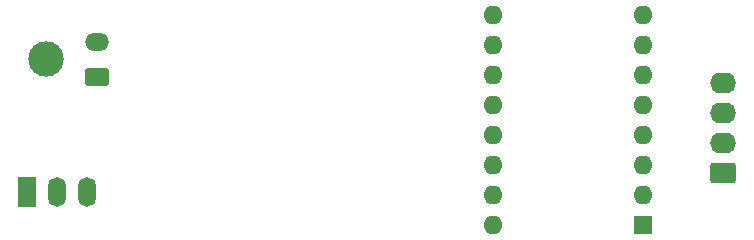
<source format=gbr>
%TF.GenerationSoftware,KiCad,Pcbnew,(6.0.0)*%
%TF.CreationDate,2022-01-25T19:48:24+01:00*%
%TF.ProjectId,ESP32_Blind,45535033-325f-4426-9c69-6e642e6b6963,rev?*%
%TF.SameCoordinates,Original*%
%TF.FileFunction,Soldermask,Bot*%
%TF.FilePolarity,Negative*%
%FSLAX46Y46*%
G04 Gerber Fmt 4.6, Leading zero omitted, Abs format (unit mm)*
G04 Created by KiCad (PCBNEW (6.0.0)) date 2022-01-25 19:48:24*
%MOMM*%
%LPD*%
G01*
G04 APERTURE LIST*
G04 Aperture macros list*
%AMRoundRect*
0 Rectangle with rounded corners*
0 $1 Rounding radius*
0 $2 $3 $4 $5 $6 $7 $8 $9 X,Y pos of 4 corners*
0 Add a 4 corners polygon primitive as box body*
4,1,4,$2,$3,$4,$5,$6,$7,$8,$9,$2,$3,0*
0 Add four circle primitives for the rounded corners*
1,1,$1+$1,$2,$3*
1,1,$1+$1,$4,$5*
1,1,$1+$1,$6,$7*
1,1,$1+$1,$8,$9*
0 Add four rect primitives between the rounded corners*
20,1,$1+$1,$2,$3,$4,$5,0*
20,1,$1+$1,$4,$5,$6,$7,0*
20,1,$1+$1,$6,$7,$8,$9,0*
20,1,$1+$1,$8,$9,$2,$3,0*%
G04 Aperture macros list end*
%ADD10C,3.000000*%
%ADD11RoundRect,0.250001X0.759999X-0.499999X0.759999X0.499999X-0.759999X0.499999X-0.759999X-0.499999X0*%
%ADD12O,2.020000X1.500000*%
%ADD13R,1.600000X1.600000*%
%ADD14O,1.600000X1.600000*%
%ADD15R,1.500000X2.500000*%
%ADD16O,1.500000X2.500000*%
%ADD17RoundRect,0.250000X0.845000X-0.620000X0.845000X0.620000X-0.845000X0.620000X-0.845000X-0.620000X0*%
%ADD18O,2.190000X1.740000*%
G04 APERTURE END LIST*
D10*
%TO.C,J1*%
X101150000Y-77000000D03*
D11*
X105470000Y-78500000D03*
D12*
X105470000Y-75500000D03*
%TD*%
D13*
%TO.C,A1*%
X151700000Y-91000000D03*
D14*
X151700000Y-88460000D03*
X151700000Y-85920000D03*
X151700000Y-83380000D03*
X151700000Y-80840000D03*
X151700000Y-78300000D03*
X151700000Y-75760000D03*
X151700000Y-73220000D03*
X139000000Y-73220000D03*
X139000000Y-75760000D03*
X139000000Y-78300000D03*
X139000000Y-80840000D03*
X139000000Y-83380000D03*
X139000000Y-85920000D03*
X139000000Y-88460000D03*
X139000000Y-91000000D03*
%TD*%
D15*
%TO.C,U1*%
X99567500Y-88182500D03*
D16*
X102107500Y-88182500D03*
X104647500Y-88182500D03*
%TD*%
D17*
%TO.C,J3*%
X158500000Y-86580000D03*
D18*
X158500000Y-84040000D03*
X158500000Y-81500000D03*
X158500000Y-78960000D03*
%TD*%
M02*

</source>
